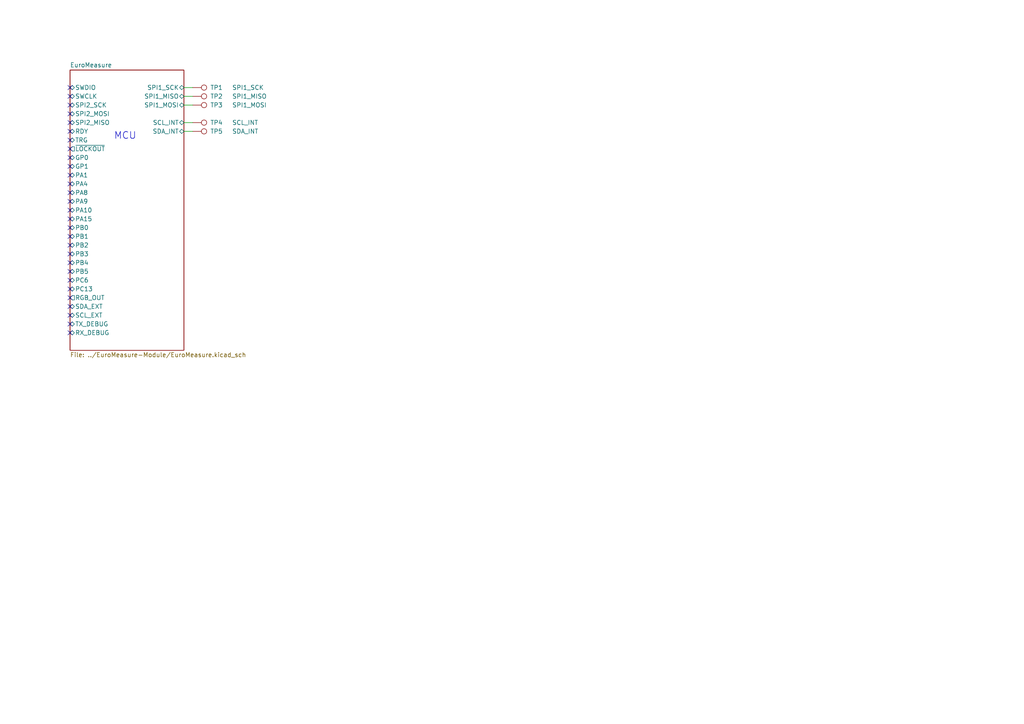
<source format=kicad_sch>
(kicad_sch (version 20230121) (generator eeschema)
  (paper "A4")
  (title_block (title "EuroMeasure blank module"))
  (lib_symbols
    (symbol "Connector:TestPoint" (pin_numbers hide) (pin_names (offset 0.762) hide)
      (property "Reference" "TP" (at 0 6.858 0))
      (property "Value" "TestPoint" (at 0 5.08 0))
      (symbol "TestPoint_0_1"
        (circle (center 0 3.302) (radius 0.762))
      )
      (symbol "TestPoint_1_1"
        (pin passive line (at 0 0 90) (length 2.54) (name "1") (number "1"))
      )
    )
  )
  (bus_alias "ADC_ISO" (members "RESET" "DRDY" "CS" "SCLK" "DIN" "DOUT" "CLK"))
  (no_connect (at 20.32 60.96))
  (no_connect (at 20.32 53.34))
  (no_connect (at 20.32 81.28))
  (no_connect (at 20.32 88.9))
  (no_connect (at 20.32 91.44))
  (no_connect (at 20.32 33.02))
  (no_connect (at 20.32 30.48))
  (no_connect (at 20.32 48.26))
  (no_connect (at 20.32 66.04))
  (no_connect (at 20.32 83.82))
  (no_connect (at 20.32 68.58))
  (no_connect (at 20.32 35.56))
  (no_connect (at 20.32 63.5))
  (no_connect (at 20.32 38.1))
  (no_connect (at 20.32 58.42))
  (no_connect (at 20.32 45.72))
  (no_connect (at 20.32 55.88))
  (no_connect (at 20.32 76.2))
  (no_connect (at 20.32 43.18))
  (no_connect (at 20.32 50.8))
  (no_connect (at 20.32 96.52))
  (no_connect (at 20.32 25.4))
  (no_connect (at 20.32 40.64))
  (no_connect (at 20.32 71.12))
  (no_connect (at 20.32 27.94))
  (no_connect (at 20.32 78.74))
  (no_connect (at 20.32 86.36))
  (no_connect (at 20.32 73.66))
  (no_connect (at 20.32 93.98))
  (wire (pts (xy 53.34 30.48) (xy 55.88 30.48)))
  (wire (pts (xy 53.34 25.4) (xy 55.88 25.4)))
  (wire (pts (xy 53.34 35.56) (xy 55.88 35.56)))
  (wire (pts (xy 53.34 27.94) (xy 55.88 27.94)))
  (wire (pts (xy 53.34 38.1) (xy 55.88 38.1)))
  (text "MCU" (at 33.02 40.64 0) (effects (font (size 2 2)) (justify left bottom)))
  (symbol (lib_id "Connector:TestPoint") (at 55.88 35.56 270) (unit 1)
    (property "Reference" "TP4" (at 60.96 35.56 90) (effects (justify left)))
    (property "Value" "SCL_INT" (at 67.31 35.56 90) (effects (justify left)))
    (property "Footprint" "MEMS_Custom:TestPoint_Pad_D1.0mm" (effects hide))
  )
  (symbol (lib_id "Connector:TestPoint") (at 55.88 30.48 270) (mirror x) (unit 1)
    (property "Reference" "TP3" (at 60.96 30.48 90) (effects (justify left)))
    (property "Value" "SPI1_MOSI" (at 67.31 30.48 90) (effects (justify left)))
    (property "Footprint" "MEMS_Custom:TestPoint_Pad_D1.0mm" (effects hide))
  )
  (symbol (lib_id "Connector:TestPoint") (at 55.88 38.1 270) (mirror x) (unit 1)
    (property "Reference" "TP5" (at 60.96 38.1 90) (effects (justify left)))
    (property "Value" "SDA_INT" (at 67.31 38.1 90) (effects (justify left)))
    (property "Footprint" "MEMS_Custom:TestPoint_Pad_D1.0mm" (effects hide))
  )
  (symbol (lib_id "Connector:TestPoint") (at 55.88 25.4 270) (unit 1)
    (property "Reference" "TP1" (at 60.96 25.4 90) (effects (justify left)))
    (property "Value" "SPI1_SCK" (at 67.31 25.4 90) (effects (justify left)))
    (property "Footprint" "MEMS_Custom:TestPoint_Pad_D1.0mm" (effects hide))
  )
  (symbol (lib_id "Connector:TestPoint") (at 55.88 27.94 270) (mirror x) (unit 1)
    (property "Reference" "TP2" (at 60.96 27.94 90) (effects (justify left)))
    (property "Value" "SPI1_MISO" (at 67.31 27.94 90) (effects (justify left)))
    (property "Footprint" "MEMS_Custom:TestPoint_Pad_D1.0mm" (effects hide))
  )
  (sheet (at 20.32 20.32) (size 33.02 81.28) (stroke (width 0.1524))
    (property "Sheetname" "EuroMeasure" (at 20.32 19.6084 0) (effects (justify left bottom)))
    (property "Sheetfile" "../EuroMeasure-Module/EuroMeasure.kicad_sch" (at 20.32 102.1846 0) (effects (justify left top)))
    (pin "SPI1_SCK" bidirectional (at 53.34 25.4 0))
    (pin "SDA_INT" bidirectional (at 53.34 38.1 0))
    (pin "SCL_INT" bidirectional (at 53.34 35.56 0))
    (pin "SPI1_MOSI" bidirectional (at 53.34 30.48 0))
    (pin "SPI1_MISO" bidirectional (at 53.34 27.94 0))
    (pin "PA9" bidirectional (at 20.32 58.42 180))
    (pin "PA8" bidirectional (at 20.32 55.88 180))
    (pin "PA10" bidirectional (at 20.32 60.96 180))
    (pin "SWDIO" bidirectional (at 20.32 25.4 180))
    (pin "PA15" bidirectional (at 20.32 63.5 180))
    (pin "SWCLK" bidirectional (at 20.32 27.94 180))
    (pin "SPI2_SCK" bidirectional (at 20.32 30.48 180))
    (pin "SPI2_MISO" bidirectional (at 20.32 35.56 180))
    (pin "SPI2_MOSI" bidirectional (at 20.32 33.02 180))
    (pin "RDY" bidirectional (at 20.32 38.1 180))
    (pin "GP1" bidirectional (at 20.32 48.26 180))
    (pin "~{LOCKOUT}" output (at 20.32 43.18 180))
    (pin "GP0" bidirectional (at 20.32 45.72 180))
    (pin "TRG" bidirectional (at 20.32 40.64 180))
    (pin "SDA_EXT" bidirectional (at 20.32 88.9 180))
    (pin "PC13" bidirectional (at 20.32 83.82 180))
    (pin "PC6" bidirectional (at 20.32 81.28 180))
    (pin "SCL_EXT" bidirectional (at 20.32 91.44 180))
    (pin "PB5" bidirectional (at 20.32 78.74 180))
    (pin "PB4" bidirectional (at 20.32 76.2 180))
    (pin "PB2" bidirectional (at 20.32 71.12 180))
    (pin "PB3" bidirectional (at 20.32 73.66 180))
    (pin "PB0" bidirectional (at 20.32 66.04 180))
    (pin "PB1" bidirectional (at 20.32 68.58 180))
    (pin "RGB_OUT" output (at 20.32 86.36 180))
    (pin "PA1" bidirectional (at 20.32 50.8 180))
    (pin "PA4" bidirectional (at 20.32 53.34 180))
    (pin "TX_DEBUG" bidirectional (at 20.32 93.98 180))
    (pin "RX_DEBUG" bidirectional (at 20.32 96.52 180))
  )
)
</source>
